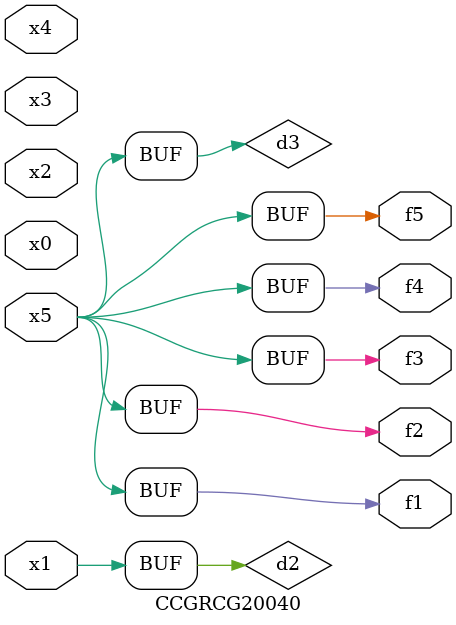
<source format=v>
module CCGRCG20040(
	input x0, x1, x2, x3, x4, x5,
	output f1, f2, f3, f4, f5
);

	wire d1, d2, d3;

	not (d1, x5);
	or (d2, x1);
	xnor (d3, d1);
	assign f1 = d3;
	assign f2 = d3;
	assign f3 = d3;
	assign f4 = d3;
	assign f5 = d3;
endmodule

</source>
